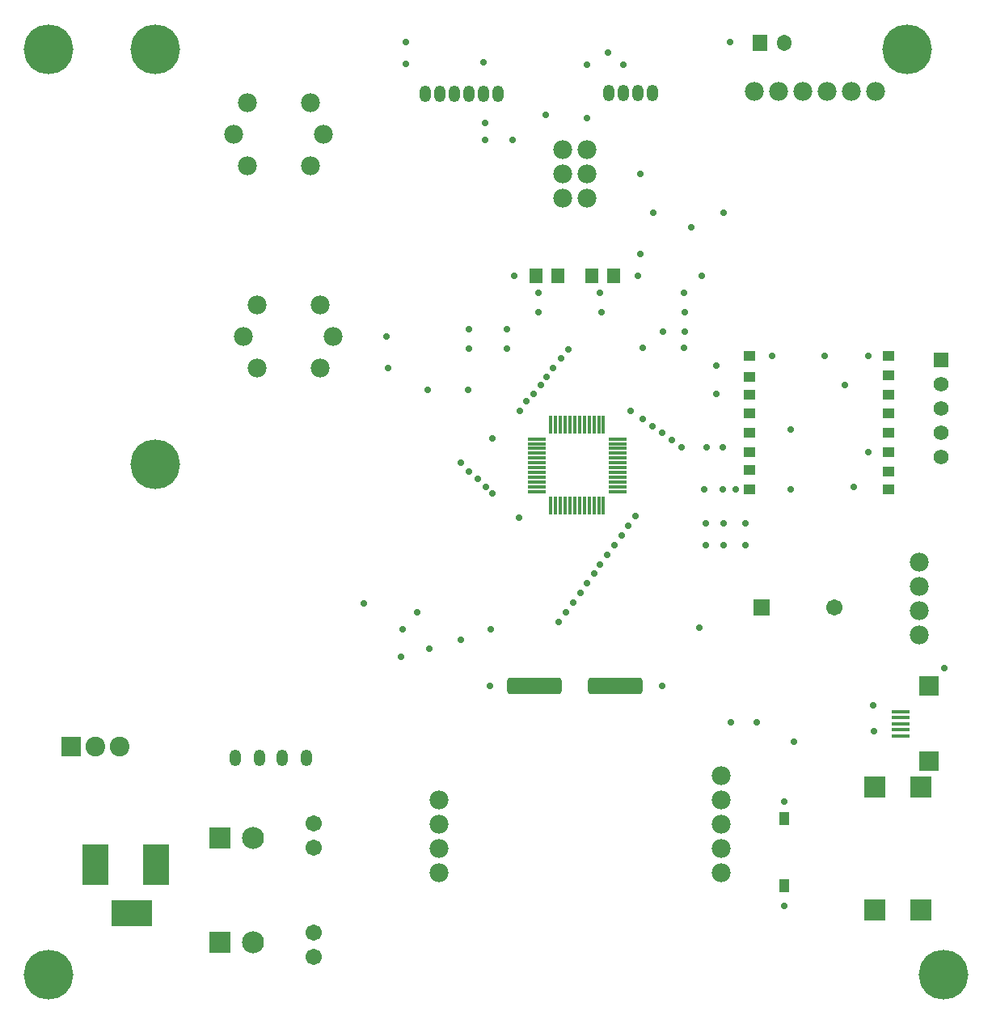
<source format=gbr>
G04*
G04 #@! TF.GenerationSoftware,Altium Limited,Altium Designer,24.4.1 (13)*
G04*
G04 Layer_Color=8388736*
%FSLAX44Y44*%
%MOMM*%
G71*
G04*
G04 #@! TF.SameCoordinates,292D2D62-A6DC-441A-99C5-A44A3EC90559*
G04*
G04*
G04 #@! TF.FilePolarity,Negative*
G04*
G01*
G75*
%ADD32R,1.1524X1.1024*%
%ADD33R,1.4732X1.6002*%
%ADD34R,0.4524X1.8524*%
%ADD35R,1.8524X0.4524*%
G04:AMPARAMS|DCode=36|XSize=5.7032mm|YSize=1.7032mm|CornerRadius=0.2891mm|HoleSize=0mm|Usage=FLASHONLY|Rotation=0.000|XOffset=0mm|YOffset=0mm|HoleType=Round|Shape=RoundedRectangle|*
%AMROUNDEDRECTD36*
21,1,5.7032,1.1250,0,0,0.0*
21,1,5.1250,1.7032,0,0,0.0*
1,1,0.5782,2.5625,-0.5625*
1,1,0.5782,-2.5625,-0.5625*
1,1,0.5782,-2.5625,0.5625*
1,1,0.5782,2.5625,0.5625*
%
%ADD36ROUNDEDRECTD36*%
%ADD37R,1.9812X0.4572*%
%ADD38R,2.1032X2.1032*%
%ADD39R,1.0032X1.4032*%
%ADD40O,1.5032X1.7032*%
%ADD41R,1.5032X1.7032*%
%ADD42R,1.5732X1.5732*%
%ADD43C,1.5732*%
%ADD44C,1.9812*%
%ADD45C,5.2032*%
%ADD46R,2.3032X2.3032*%
%ADD47C,2.3032*%
%ADD48R,2.7432X4.2672*%
%ADD49R,4.2672X2.7432*%
%ADD50O,1.2192X1.7272*%
%ADD51C,2.0632*%
%ADD52R,2.0632X2.0632*%
%ADD53C,1.7032*%
%ADD54R,1.7032X1.7032*%
%ADD55R,2.2032X2.2032*%
%ADD56C,0.7112*%
D32*
X922020Y551180D02*
D03*
Y570230D02*
D03*
Y590550D02*
D03*
Y610870D02*
D03*
Y631190D02*
D03*
Y650240D02*
D03*
Y670560D02*
D03*
Y690880D02*
D03*
X775970D02*
D03*
Y669290D02*
D03*
Y650240D02*
D03*
Y631190D02*
D03*
Y610870D02*
D03*
Y590550D02*
D03*
Y571500D02*
D03*
Y551180D02*
D03*
D33*
X552450Y774700D02*
D03*
X575310D02*
D03*
X633730D02*
D03*
X610870D02*
D03*
D34*
X568130Y618960D02*
D03*
X573130D02*
D03*
X578130D02*
D03*
X583130D02*
D03*
X588130D02*
D03*
X593130D02*
D03*
X598130D02*
D03*
X603130D02*
D03*
X608130D02*
D03*
X613130D02*
D03*
X618130D02*
D03*
X623130D02*
D03*
Y534200D02*
D03*
X618130D02*
D03*
X613130D02*
D03*
X608130D02*
D03*
X603130D02*
D03*
X598130D02*
D03*
X593130D02*
D03*
X588130D02*
D03*
X583130D02*
D03*
X578130D02*
D03*
X573130D02*
D03*
X568130D02*
D03*
D35*
X638010Y604080D02*
D03*
Y599080D02*
D03*
Y594080D02*
D03*
Y589080D02*
D03*
Y584080D02*
D03*
Y579080D02*
D03*
Y574080D02*
D03*
Y569080D02*
D03*
Y564080D02*
D03*
Y559080D02*
D03*
Y554080D02*
D03*
Y549080D02*
D03*
X553250D02*
D03*
Y554080D02*
D03*
Y559080D02*
D03*
Y564080D02*
D03*
Y569080D02*
D03*
Y574080D02*
D03*
Y579080D02*
D03*
Y584080D02*
D03*
Y589080D02*
D03*
Y594080D02*
D03*
Y599080D02*
D03*
Y604080D02*
D03*
D36*
X635590Y345440D02*
D03*
X550590D02*
D03*
D37*
X934252Y292940D02*
D03*
Y299440D02*
D03*
Y305940D02*
D03*
Y312440D02*
D03*
Y318640D02*
D03*
D38*
X963930Y266440D02*
D03*
Y345440D02*
D03*
D39*
X812800Y136450D02*
D03*
Y206450D02*
D03*
D40*
Y1018540D02*
D03*
D41*
X787400D02*
D03*
D42*
X976630Y687070D02*
D03*
D43*
Y661670D02*
D03*
Y636270D02*
D03*
Y610870D02*
D03*
Y585470D02*
D03*
D44*
X953770Y474980D02*
D03*
Y398780D02*
D03*
Y424180D02*
D03*
Y449580D02*
D03*
X908050Y967740D02*
D03*
X882650D02*
D03*
X857250D02*
D03*
X831850D02*
D03*
X806450D02*
D03*
X781050D02*
D03*
X330200Y923290D02*
D03*
X316230Y890270D02*
D03*
Y956310D02*
D03*
X250190D02*
D03*
X236220Y923290D02*
D03*
X250190Y890270D02*
D03*
X326390Y678180D02*
D03*
X340360Y711200D02*
D03*
X326390Y744220D02*
D03*
X260350Y678180D02*
D03*
X246380Y711200D02*
D03*
X260350Y744220D02*
D03*
X746760Y251460D02*
D03*
Y226060D02*
D03*
Y200660D02*
D03*
Y175260D02*
D03*
Y149860D02*
D03*
X450850Y226060D02*
D03*
Y200660D02*
D03*
Y175260D02*
D03*
Y149860D02*
D03*
X605790Y855980D02*
D03*
Y881380D02*
D03*
Y906780D02*
D03*
X580390D02*
D03*
Y881380D02*
D03*
Y855980D02*
D03*
D45*
X941070Y1012190D02*
D03*
X153670D02*
D03*
Y577850D02*
D03*
X979170Y43180D02*
D03*
X41910D02*
D03*
Y1012190D02*
D03*
D46*
X221260Y186690D02*
D03*
Y77470D02*
D03*
D47*
X256260Y186690D02*
D03*
Y77470D02*
D03*
D48*
X154940Y158750D02*
D03*
X91440D02*
D03*
D49*
X129540Y107950D02*
D03*
D50*
X312420Y270510D02*
D03*
X287020D02*
D03*
X262890D02*
D03*
X237490D02*
D03*
X674370Y966470D02*
D03*
X659130D02*
D03*
X643890D02*
D03*
X628650D02*
D03*
X436880Y965200D02*
D03*
X452120D02*
D03*
X467360D02*
D03*
X482600D02*
D03*
X497840D02*
D03*
X513080D02*
D03*
D51*
X116840Y281940D02*
D03*
X91440D02*
D03*
D52*
X66040D02*
D03*
D53*
X320040Y87630D02*
D03*
Y62230D02*
D03*
Y201930D02*
D03*
Y176530D02*
D03*
X864870Y427990D02*
D03*
D54*
X788670Y427863D02*
D03*
D55*
X955365Y111125D02*
D03*
X907105D02*
D03*
Y239395D02*
D03*
X955365D02*
D03*
D56*
X416560Y1019810D02*
D03*
X628121Y1008121D02*
D03*
X562610Y943610D02*
D03*
X554990Y736600D02*
D03*
Y756920D02*
D03*
X621030Y736600D02*
D03*
X619760Y756920D02*
D03*
X708660Y736600D02*
D03*
X707390Y756920D02*
D03*
X557530Y660400D02*
D03*
X549910Y651510D02*
D03*
X563880Y669290D02*
D03*
X570230Y678180D02*
D03*
X579120Y688340D02*
D03*
X586328Y697555D02*
D03*
X506730Y547370D02*
D03*
Y604520D02*
D03*
X500380Y553720D02*
D03*
X675640Y840740D02*
D03*
X715010Y825500D02*
D03*
X535940Y633730D02*
D03*
X900430Y690880D02*
D03*
Y590550D02*
D03*
X876300Y660400D02*
D03*
X741680Y651510D02*
D03*
Y680720D02*
D03*
X885190Y553720D02*
D03*
X491490Y562610D02*
D03*
X482600Y570230D02*
D03*
X542290Y643890D02*
D03*
X684530Y610870D02*
D03*
X664210Y624840D02*
D03*
X674370Y617220D02*
D03*
X694690Y603250D02*
D03*
X748030Y595630D02*
D03*
X731520D02*
D03*
X704850D02*
D03*
X613410Y463550D02*
D03*
X627380Y482600D02*
D03*
X635000Y492760D02*
D03*
X642620Y502920D02*
D03*
X648970Y513080D02*
D03*
X619760Y472440D02*
D03*
X819471Y613731D02*
D03*
X708660Y716280D02*
D03*
X685800D02*
D03*
X707390Y699770D02*
D03*
X664210D02*
D03*
X749300Y840740D02*
D03*
X726440Y774700D02*
D03*
X605790Y939800D02*
D03*
X783590Y307340D02*
D03*
X756920D02*
D03*
X980440Y364490D02*
D03*
X728980Y551180D02*
D03*
X762000D02*
D03*
X748030D02*
D03*
X651510Y633730D02*
D03*
X772160Y492760D02*
D03*
Y515620D02*
D03*
X749300Y492760D02*
D03*
Y515620D02*
D03*
X730250D02*
D03*
X755650Y1019810D02*
D03*
X730250Y492760D02*
D03*
X854710Y690880D02*
D03*
X800100D02*
D03*
X819150Y551180D02*
D03*
X643890Y995680D02*
D03*
X605790D02*
D03*
X528320Y916940D02*
D03*
X499110D02*
D03*
Y934720D02*
D03*
X482600Y698500D02*
D03*
Y718820D02*
D03*
X521970Y698500D02*
D03*
Y718820D02*
D03*
X481330Y655320D02*
D03*
X439420D02*
D03*
X397510Y678180D02*
D03*
X661670Y797560D02*
D03*
X723900Y406400D02*
D03*
X416560Y996950D02*
D03*
X497840Y998220D02*
D03*
X505460Y405130D02*
D03*
X412750D02*
D03*
X473710Y393700D02*
D03*
X411480Y375920D02*
D03*
X440690Y384810D02*
D03*
X372110Y431800D02*
D03*
X396240Y711200D02*
D03*
X427990Y422910D02*
D03*
X812800Y224790D02*
D03*
Y115570D02*
D03*
X661670Y881380D02*
D03*
X822960Y287020D02*
D03*
X905510Y325120D02*
D03*
X906780Y298450D02*
D03*
X659130Y774700D02*
D03*
X529590D02*
D03*
X684530Y345440D02*
D03*
X504190D02*
D03*
X473710Y579120D02*
D03*
X534670Y521970D02*
D03*
X576580Y412750D02*
D03*
X584200Y422910D02*
D03*
X591820Y433070D02*
D03*
X599440Y443230D02*
D03*
X605790Y453390D02*
D03*
X656590Y523240D02*
D03*
M02*

</source>
